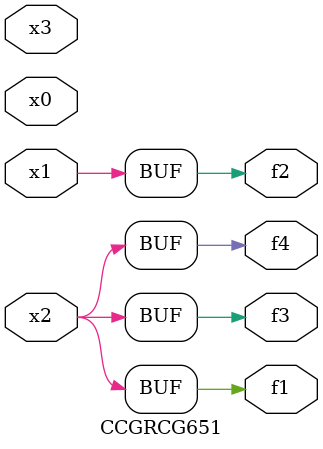
<source format=v>
module CCGRCG651(
	input x0, x1, x2, x3,
	output f1, f2, f3, f4
);
	assign f1 = x2;
	assign f2 = x1;
	assign f3 = x2;
	assign f4 = x2;
endmodule

</source>
